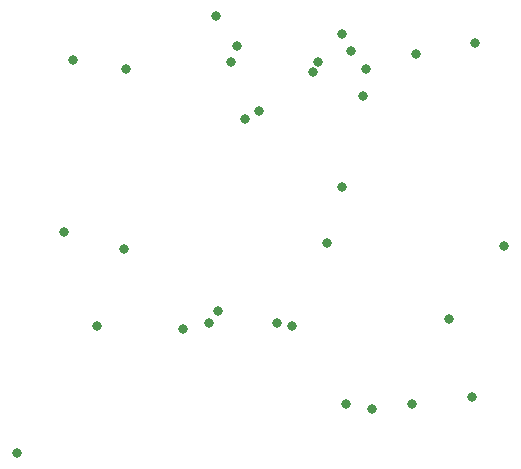
<source format=gbs>
G04*
G04 #@! TF.GenerationSoftware,Altium Limited,Altium Designer,22.9.1 (49)*
G04*
G04 Layer_Color=16711935*
%FSLAX44Y44*%
%MOMM*%
G71*
G04*
G04 #@! TF.SameCoordinates,C56BC410-7C05-4C87-A6CA-29577A5DDFC1*
G04*
G04*
G04 #@! TF.FilePolarity,Negative*
G04*
G01*
G75*
%ADD39C,0.8128*%
D39*
X645000Y817500D02*
D03*
X748250Y753250D02*
D03*
X382500Y640000D02*
D03*
X472800Y812500D02*
D03*
X450000Y747500D02*
D03*
X422500Y827500D02*
D03*
X767500Y687500D02*
D03*
X795000Y815000D02*
D03*
X720000Y977500D02*
D03*
X475000Y965000D02*
D03*
X430000Y972500D02*
D03*
X615000Y747500D02*
D03*
X716750Y681750D02*
D03*
X682500Y677500D02*
D03*
X660700Y681800D02*
D03*
X657500Y865000D02*
D03*
X675000Y942500D02*
D03*
X552500Y760000D02*
D03*
X545000Y750000D02*
D03*
X632500Y962500D02*
D03*
X636778Y971296D02*
D03*
X677534Y965034D02*
D03*
X770052Y987552D02*
D03*
X568706Y985012D02*
D03*
X550672Y1009904D02*
D03*
X563372Y971296D02*
D03*
X602500Y750000D02*
D03*
X522500Y745000D02*
D03*
X575000Y922500D02*
D03*
X587500Y930000D02*
D03*
X665000Y980000D02*
D03*
X657500Y995000D02*
D03*
M02*

</source>
